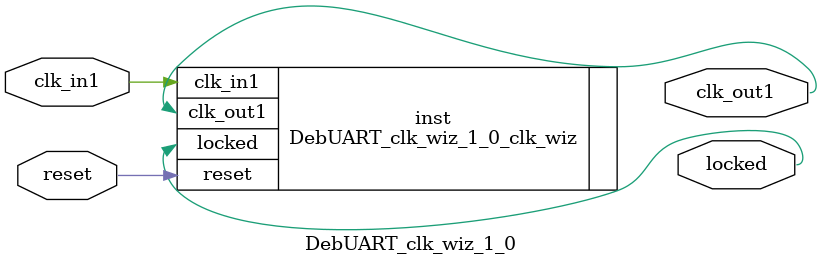
<source format=v>


`timescale 1ps/1ps

(* CORE_GENERATION_INFO = "DebUART_clk_wiz_1_0,clk_wiz_v5_3_3_0,{component_name=DebUART_clk_wiz_1_0,use_phase_alignment=true,use_min_o_jitter=false,use_max_i_jitter=false,use_dyn_phase_shift=false,use_inclk_switchover=false,use_dyn_reconfig=false,enable_axi=0,feedback_source=FDBK_AUTO,PRIMITIVE=MMCM,num_out_clk=1,clkin1_period=10.0,clkin2_period=10.0,use_power_down=false,use_reset=true,use_locked=true,use_inclk_stopped=false,feedback_type=SINGLE,CLOCK_MGR_TYPE=NA,manual_override=false}" *)

module DebUART_clk_wiz_1_0 
 (
  // Clock out ports
  output        clk_out1,
  // Status and control signals
  input         reset,
  output        locked,
 // Clock in ports
  input         clk_in1
 );

  DebUART_clk_wiz_1_0_clk_wiz inst
  (
  // Clock out ports  
  .clk_out1(clk_out1),
  // Status and control signals               
  .reset(reset), 
  .locked(locked),
 // Clock in ports
  .clk_in1(clk_in1)
  );

endmodule

</source>
